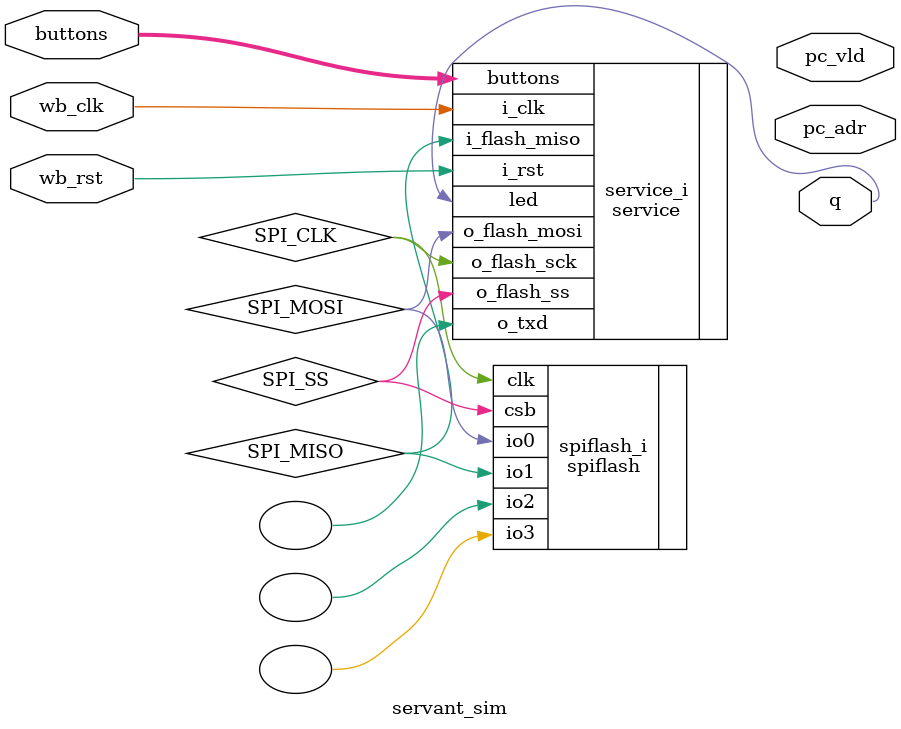
<source format=v>
`default_nettype none
module servant_sim
  (input wire	      wb_clk,
   input wire	      wb_rst,
   output wire [31:0] pc_adr,
   output wire	      pc_vld,
   output wire	      q,
   input wire [2:0] buttons);

   parameter memfile = "firmware/exe.hex";
   parameter memsize = 8192;
   parameter with_csr = 1;
   parameter compressed = 0;
   parameter align = compressed;
	
   /*
   reg [1023:0] firmware_file;
   initial
     if ($value$plusargs("firmware=%s", firmware_file)) begin
	$display("Loading RAM from %0s", firmware_file);
	$readmemh(firmware_file, dut.ram.mem);
     end
   */
	
	wire SPI_SS, SPI_MOSI, SPI_MISO, SPI_CLK;

   service   
	`ifndef PSIM	
		#(.SIM(1), .PLL("NONE"),
		   .memfile  (memfile),
		   .memsize  (memsize)
		  )
	`endif
   service_i(	.i_clk(wb_clk),
				.i_rst(wb_rst),
				.led(q),
				.buttons(buttons),
				.o_flash_ss(SPI_SS),
				.o_flash_sck(SPI_CLK),
				.o_flash_mosi(SPI_MOSI),
				.i_flash_miso(SPI_MISO),
				.o_txd()
			); // change con service interface

   //assign pc_adr = dut.wb_ibus_adr;
   //assign pc_vld = dut.wb_ibus_ack;

	spiflash spiflash_i(
	.csb(SPI_SS),
	.clk(SPI_CLK),
	.io0(SPI_MOSI), // MOSI
	.io1(SPI_MISO), // MISO
	.io2(),
	.io3()
);

endmodule

</source>
